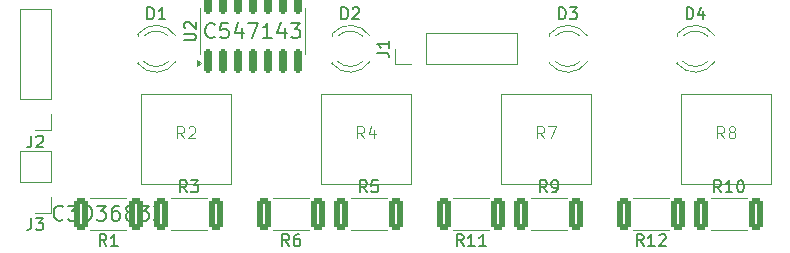
<source format=gbr>
%TF.GenerationSoftware,KiCad,Pcbnew,8.0.5*%
%TF.CreationDate,2024-10-09T02:46:16+09:00*%
%TF.ProjectId,LT,4c542e6b-6963-4616-945f-706362585858,rev?*%
%TF.SameCoordinates,Original*%
%TF.FileFunction,Legend,Top*%
%TF.FilePolarity,Positive*%
%FSLAX46Y46*%
G04 Gerber Fmt 4.6, Leading zero omitted, Abs format (unit mm)*
G04 Created by KiCad (PCBNEW 8.0.5) date 2024-10-09 02:46:16*
%MOMM*%
%LPD*%
G01*
G04 APERTURE LIST*
G04 Aperture macros list*
%AMRoundRect*
0 Rectangle with rounded corners*
0 $1 Rounding radius*
0 $2 $3 $4 $5 $6 $7 $8 $9 X,Y pos of 4 corners*
0 Add a 4 corners polygon primitive as box body*
4,1,4,$2,$3,$4,$5,$6,$7,$8,$9,$2,$3,0*
0 Add four circle primitives for the rounded corners*
1,1,$1+$1,$2,$3*
1,1,$1+$1,$4,$5*
1,1,$1+$1,$6,$7*
1,1,$1+$1,$8,$9*
0 Add four rect primitives between the rounded corners*
20,1,$1+$1,$2,$3,$4,$5,0*
20,1,$1+$1,$4,$5,$6,$7,0*
20,1,$1+$1,$6,$7,$8,$9,0*
20,1,$1+$1,$8,$9,$2,$3,0*%
G04 Aperture macros list end*
%ADD10C,0.150000*%
%ADD11C,0.100000*%
%ADD12C,0.120000*%
%ADD13R,1.800000X1.800000*%
%ADD14C,1.800000*%
%ADD15C,1.524000*%
%ADD16RoundRect,0.250000X-0.362500X-1.075000X0.362500X-1.075000X0.362500X1.075000X-0.362500X1.075000X0*%
%ADD17O,1.700000X1.700000*%
%ADD18R,1.700000X1.700000*%
%ADD19RoundRect,0.250000X0.362500X1.075000X-0.362500X1.075000X-0.362500X-1.075000X0.362500X-1.075000X0*%
%ADD20RoundRect,0.150000X0.150000X-0.825000X0.150000X0.825000X-0.150000X0.825000X-0.150000X-0.825000X0*%
G04 APERTURE END LIST*
D10*
X41801905Y-16689819D02*
X41801905Y-15689819D01*
X41801905Y-15689819D02*
X42040000Y-15689819D01*
X42040000Y-15689819D02*
X42182857Y-15737438D01*
X42182857Y-15737438D02*
X42278095Y-15832676D01*
X42278095Y-15832676D02*
X42325714Y-15927914D01*
X42325714Y-15927914D02*
X42373333Y-16118390D01*
X42373333Y-16118390D02*
X42373333Y-16261247D01*
X42373333Y-16261247D02*
X42325714Y-16451723D01*
X42325714Y-16451723D02*
X42278095Y-16546961D01*
X42278095Y-16546961D02*
X42182857Y-16642200D01*
X42182857Y-16642200D02*
X42040000Y-16689819D01*
X42040000Y-16689819D02*
X41801905Y-16689819D01*
X42754286Y-15785057D02*
X42801905Y-15737438D01*
X42801905Y-15737438D02*
X42897143Y-15689819D01*
X42897143Y-15689819D02*
X43135238Y-15689819D01*
X43135238Y-15689819D02*
X43230476Y-15737438D01*
X43230476Y-15737438D02*
X43278095Y-15785057D01*
X43278095Y-15785057D02*
X43325714Y-15880295D01*
X43325714Y-15880295D02*
X43325714Y-15975533D01*
X43325714Y-15975533D02*
X43278095Y-16118390D01*
X43278095Y-16118390D02*
X42706667Y-16689819D01*
X42706667Y-16689819D02*
X43325714Y-16689819D01*
D11*
X43720833Y-26772419D02*
X43387500Y-26296228D01*
X43149405Y-26772419D02*
X43149405Y-25772419D01*
X43149405Y-25772419D02*
X43530357Y-25772419D01*
X43530357Y-25772419D02*
X43625595Y-25820038D01*
X43625595Y-25820038D02*
X43673214Y-25867657D01*
X43673214Y-25867657D02*
X43720833Y-25962895D01*
X43720833Y-25962895D02*
X43720833Y-26105752D01*
X43720833Y-26105752D02*
X43673214Y-26200990D01*
X43673214Y-26200990D02*
X43625595Y-26248609D01*
X43625595Y-26248609D02*
X43530357Y-26296228D01*
X43530357Y-26296228D02*
X43149405Y-26296228D01*
X44577976Y-26105752D02*
X44577976Y-26772419D01*
X44339881Y-25724800D02*
X44101786Y-26439085D01*
X44101786Y-26439085D02*
X44720833Y-26439085D01*
D10*
X73952142Y-31339819D02*
X73618809Y-30863628D01*
X73380714Y-31339819D02*
X73380714Y-30339819D01*
X73380714Y-30339819D02*
X73761666Y-30339819D01*
X73761666Y-30339819D02*
X73856904Y-30387438D01*
X73856904Y-30387438D02*
X73904523Y-30435057D01*
X73904523Y-30435057D02*
X73952142Y-30530295D01*
X73952142Y-30530295D02*
X73952142Y-30673152D01*
X73952142Y-30673152D02*
X73904523Y-30768390D01*
X73904523Y-30768390D02*
X73856904Y-30816009D01*
X73856904Y-30816009D02*
X73761666Y-30863628D01*
X73761666Y-30863628D02*
X73380714Y-30863628D01*
X74904523Y-31339819D02*
X74333095Y-31339819D01*
X74618809Y-31339819D02*
X74618809Y-30339819D01*
X74618809Y-30339819D02*
X74523571Y-30482676D01*
X74523571Y-30482676D02*
X74428333Y-30577914D01*
X74428333Y-30577914D02*
X74333095Y-30625533D01*
X75523571Y-30339819D02*
X75618809Y-30339819D01*
X75618809Y-30339819D02*
X75714047Y-30387438D01*
X75714047Y-30387438D02*
X75761666Y-30435057D01*
X75761666Y-30435057D02*
X75809285Y-30530295D01*
X75809285Y-30530295D02*
X75856904Y-30720771D01*
X75856904Y-30720771D02*
X75856904Y-30958866D01*
X75856904Y-30958866D02*
X75809285Y-31149342D01*
X75809285Y-31149342D02*
X75761666Y-31244580D01*
X75761666Y-31244580D02*
X75714047Y-31292200D01*
X75714047Y-31292200D02*
X75618809Y-31339819D01*
X75618809Y-31339819D02*
X75523571Y-31339819D01*
X75523571Y-31339819D02*
X75428333Y-31292200D01*
X75428333Y-31292200D02*
X75380714Y-31244580D01*
X75380714Y-31244580D02*
X75333095Y-31149342D01*
X75333095Y-31149342D02*
X75285476Y-30958866D01*
X75285476Y-30958866D02*
X75285476Y-30720771D01*
X75285476Y-30720771D02*
X75333095Y-30530295D01*
X75333095Y-30530295D02*
X75380714Y-30435057D01*
X75380714Y-30435057D02*
X75428333Y-30387438D01*
X75428333Y-30387438D02*
X75523571Y-30339819D01*
X15541666Y-26539819D02*
X15541666Y-27254104D01*
X15541666Y-27254104D02*
X15494047Y-27396961D01*
X15494047Y-27396961D02*
X15398809Y-27492200D01*
X15398809Y-27492200D02*
X15255952Y-27539819D01*
X15255952Y-27539819D02*
X15160714Y-27539819D01*
X15970238Y-26635057D02*
X16017857Y-26587438D01*
X16017857Y-26587438D02*
X16113095Y-26539819D01*
X16113095Y-26539819D02*
X16351190Y-26539819D01*
X16351190Y-26539819D02*
X16446428Y-26587438D01*
X16446428Y-26587438D02*
X16494047Y-26635057D01*
X16494047Y-26635057D02*
X16541666Y-26730295D01*
X16541666Y-26730295D02*
X16541666Y-26825533D01*
X16541666Y-26825533D02*
X16494047Y-26968390D01*
X16494047Y-26968390D02*
X15922619Y-27539819D01*
X15922619Y-27539819D02*
X16541666Y-27539819D01*
X44822319Y-19528333D02*
X45536604Y-19528333D01*
X45536604Y-19528333D02*
X45679461Y-19575952D01*
X45679461Y-19575952D02*
X45774700Y-19671190D01*
X45774700Y-19671190D02*
X45822319Y-19814047D01*
X45822319Y-19814047D02*
X45822319Y-19909285D01*
X45822319Y-18528333D02*
X45822319Y-19099761D01*
X45822319Y-18814047D02*
X44822319Y-18814047D01*
X44822319Y-18814047D02*
X44965176Y-18909285D01*
X44965176Y-18909285D02*
X45060414Y-19004523D01*
X45060414Y-19004523D02*
X45108033Y-19099761D01*
X52134642Y-35899819D02*
X51801309Y-35423628D01*
X51563214Y-35899819D02*
X51563214Y-34899819D01*
X51563214Y-34899819D02*
X51944166Y-34899819D01*
X51944166Y-34899819D02*
X52039404Y-34947438D01*
X52039404Y-34947438D02*
X52087023Y-34995057D01*
X52087023Y-34995057D02*
X52134642Y-35090295D01*
X52134642Y-35090295D02*
X52134642Y-35233152D01*
X52134642Y-35233152D02*
X52087023Y-35328390D01*
X52087023Y-35328390D02*
X52039404Y-35376009D01*
X52039404Y-35376009D02*
X51944166Y-35423628D01*
X51944166Y-35423628D02*
X51563214Y-35423628D01*
X53087023Y-35899819D02*
X52515595Y-35899819D01*
X52801309Y-35899819D02*
X52801309Y-34899819D01*
X52801309Y-34899819D02*
X52706071Y-35042676D01*
X52706071Y-35042676D02*
X52610833Y-35137914D01*
X52610833Y-35137914D02*
X52515595Y-35185533D01*
X54039404Y-35899819D02*
X53467976Y-35899819D01*
X53753690Y-35899819D02*
X53753690Y-34899819D01*
X53753690Y-34899819D02*
X53658452Y-35042676D01*
X53658452Y-35042676D02*
X53563214Y-35137914D01*
X53563214Y-35137914D02*
X53467976Y-35185533D01*
X21903333Y-35899819D02*
X21570000Y-35423628D01*
X21331905Y-35899819D02*
X21331905Y-34899819D01*
X21331905Y-34899819D02*
X21712857Y-34899819D01*
X21712857Y-34899819D02*
X21808095Y-34947438D01*
X21808095Y-34947438D02*
X21855714Y-34995057D01*
X21855714Y-34995057D02*
X21903333Y-35090295D01*
X21903333Y-35090295D02*
X21903333Y-35233152D01*
X21903333Y-35233152D02*
X21855714Y-35328390D01*
X21855714Y-35328390D02*
X21808095Y-35376009D01*
X21808095Y-35376009D02*
X21712857Y-35423628D01*
X21712857Y-35423628D02*
X21331905Y-35423628D01*
X22855714Y-35899819D02*
X22284286Y-35899819D01*
X22570000Y-35899819D02*
X22570000Y-34899819D01*
X22570000Y-34899819D02*
X22474762Y-35042676D01*
X22474762Y-35042676D02*
X22379524Y-35137914D01*
X22379524Y-35137914D02*
X22284286Y-35185533D01*
X18229761Y-33623773D02*
X18169285Y-33684250D01*
X18169285Y-33684250D02*
X17987856Y-33744726D01*
X17987856Y-33744726D02*
X17866904Y-33744726D01*
X17866904Y-33744726D02*
X17685475Y-33684250D01*
X17685475Y-33684250D02*
X17564523Y-33563297D01*
X17564523Y-33563297D02*
X17504046Y-33442345D01*
X17504046Y-33442345D02*
X17443570Y-33200440D01*
X17443570Y-33200440D02*
X17443570Y-33019011D01*
X17443570Y-33019011D02*
X17504046Y-32777107D01*
X17504046Y-32777107D02*
X17564523Y-32656154D01*
X17564523Y-32656154D02*
X17685475Y-32535202D01*
X17685475Y-32535202D02*
X17866904Y-32474726D01*
X17866904Y-32474726D02*
X17987856Y-32474726D01*
X17987856Y-32474726D02*
X18169285Y-32535202D01*
X18169285Y-32535202D02*
X18229761Y-32595678D01*
X18653094Y-32474726D02*
X19439285Y-32474726D01*
X19439285Y-32474726D02*
X19015951Y-32958535D01*
X19015951Y-32958535D02*
X19197380Y-32958535D01*
X19197380Y-32958535D02*
X19318332Y-33019011D01*
X19318332Y-33019011D02*
X19378808Y-33079488D01*
X19378808Y-33079488D02*
X19439285Y-33200440D01*
X19439285Y-33200440D02*
X19439285Y-33502821D01*
X19439285Y-33502821D02*
X19378808Y-33623773D01*
X19378808Y-33623773D02*
X19318332Y-33684250D01*
X19318332Y-33684250D02*
X19197380Y-33744726D01*
X19197380Y-33744726D02*
X18834523Y-33744726D01*
X18834523Y-33744726D02*
X18713570Y-33684250D01*
X18713570Y-33684250D02*
X18653094Y-33623773D01*
X20225475Y-32474726D02*
X20346428Y-32474726D01*
X20346428Y-32474726D02*
X20467380Y-32535202D01*
X20467380Y-32535202D02*
X20527856Y-32595678D01*
X20527856Y-32595678D02*
X20588332Y-32716630D01*
X20588332Y-32716630D02*
X20648809Y-32958535D01*
X20648809Y-32958535D02*
X20648809Y-33260916D01*
X20648809Y-33260916D02*
X20588332Y-33502821D01*
X20588332Y-33502821D02*
X20527856Y-33623773D01*
X20527856Y-33623773D02*
X20467380Y-33684250D01*
X20467380Y-33684250D02*
X20346428Y-33744726D01*
X20346428Y-33744726D02*
X20225475Y-33744726D01*
X20225475Y-33744726D02*
X20104523Y-33684250D01*
X20104523Y-33684250D02*
X20044047Y-33623773D01*
X20044047Y-33623773D02*
X19983570Y-33502821D01*
X19983570Y-33502821D02*
X19923094Y-33260916D01*
X19923094Y-33260916D02*
X19923094Y-32958535D01*
X19923094Y-32958535D02*
X19983570Y-32716630D01*
X19983570Y-32716630D02*
X20044047Y-32595678D01*
X20044047Y-32595678D02*
X20104523Y-32535202D01*
X20104523Y-32535202D02*
X20225475Y-32474726D01*
X21072142Y-32474726D02*
X21858333Y-32474726D01*
X21858333Y-32474726D02*
X21434999Y-32958535D01*
X21434999Y-32958535D02*
X21616428Y-32958535D01*
X21616428Y-32958535D02*
X21737380Y-33019011D01*
X21737380Y-33019011D02*
X21797856Y-33079488D01*
X21797856Y-33079488D02*
X21858333Y-33200440D01*
X21858333Y-33200440D02*
X21858333Y-33502821D01*
X21858333Y-33502821D02*
X21797856Y-33623773D01*
X21797856Y-33623773D02*
X21737380Y-33684250D01*
X21737380Y-33684250D02*
X21616428Y-33744726D01*
X21616428Y-33744726D02*
X21253571Y-33744726D01*
X21253571Y-33744726D02*
X21132618Y-33684250D01*
X21132618Y-33684250D02*
X21072142Y-33623773D01*
X22946904Y-32474726D02*
X22704999Y-32474726D01*
X22704999Y-32474726D02*
X22584047Y-32535202D01*
X22584047Y-32535202D02*
X22523571Y-32595678D01*
X22523571Y-32595678D02*
X22402618Y-32777107D01*
X22402618Y-32777107D02*
X22342142Y-33019011D01*
X22342142Y-33019011D02*
X22342142Y-33502821D01*
X22342142Y-33502821D02*
X22402618Y-33623773D01*
X22402618Y-33623773D02*
X22463095Y-33684250D01*
X22463095Y-33684250D02*
X22584047Y-33744726D01*
X22584047Y-33744726D02*
X22825952Y-33744726D01*
X22825952Y-33744726D02*
X22946904Y-33684250D01*
X22946904Y-33684250D02*
X23007380Y-33623773D01*
X23007380Y-33623773D02*
X23067857Y-33502821D01*
X23067857Y-33502821D02*
X23067857Y-33200440D01*
X23067857Y-33200440D02*
X23007380Y-33079488D01*
X23007380Y-33079488D02*
X22946904Y-33019011D01*
X22946904Y-33019011D02*
X22825952Y-32958535D01*
X22825952Y-32958535D02*
X22584047Y-32958535D01*
X22584047Y-32958535D02*
X22463095Y-33019011D01*
X22463095Y-33019011D02*
X22402618Y-33079488D01*
X22402618Y-33079488D02*
X22342142Y-33200440D01*
X23793571Y-33019011D02*
X23672619Y-32958535D01*
X23672619Y-32958535D02*
X23612142Y-32898059D01*
X23612142Y-32898059D02*
X23551666Y-32777107D01*
X23551666Y-32777107D02*
X23551666Y-32716630D01*
X23551666Y-32716630D02*
X23612142Y-32595678D01*
X23612142Y-32595678D02*
X23672619Y-32535202D01*
X23672619Y-32535202D02*
X23793571Y-32474726D01*
X23793571Y-32474726D02*
X24035476Y-32474726D01*
X24035476Y-32474726D02*
X24156428Y-32535202D01*
X24156428Y-32535202D02*
X24216904Y-32595678D01*
X24216904Y-32595678D02*
X24277381Y-32716630D01*
X24277381Y-32716630D02*
X24277381Y-32777107D01*
X24277381Y-32777107D02*
X24216904Y-32898059D01*
X24216904Y-32898059D02*
X24156428Y-32958535D01*
X24156428Y-32958535D02*
X24035476Y-33019011D01*
X24035476Y-33019011D02*
X23793571Y-33019011D01*
X23793571Y-33019011D02*
X23672619Y-33079488D01*
X23672619Y-33079488D02*
X23612142Y-33139964D01*
X23612142Y-33139964D02*
X23551666Y-33260916D01*
X23551666Y-33260916D02*
X23551666Y-33502821D01*
X23551666Y-33502821D02*
X23612142Y-33623773D01*
X23612142Y-33623773D02*
X23672619Y-33684250D01*
X23672619Y-33684250D02*
X23793571Y-33744726D01*
X23793571Y-33744726D02*
X24035476Y-33744726D01*
X24035476Y-33744726D02*
X24156428Y-33684250D01*
X24156428Y-33684250D02*
X24216904Y-33623773D01*
X24216904Y-33623773D02*
X24277381Y-33502821D01*
X24277381Y-33502821D02*
X24277381Y-33260916D01*
X24277381Y-33260916D02*
X24216904Y-33139964D01*
X24216904Y-33139964D02*
X24156428Y-33079488D01*
X24156428Y-33079488D02*
X24035476Y-33019011D01*
X24700714Y-32474726D02*
X25486905Y-32474726D01*
X25486905Y-32474726D02*
X25063571Y-32958535D01*
X25063571Y-32958535D02*
X25245000Y-32958535D01*
X25245000Y-32958535D02*
X25365952Y-33019011D01*
X25365952Y-33019011D02*
X25426428Y-33079488D01*
X25426428Y-33079488D02*
X25486905Y-33200440D01*
X25486905Y-33200440D02*
X25486905Y-33502821D01*
X25486905Y-33502821D02*
X25426428Y-33623773D01*
X25426428Y-33623773D02*
X25365952Y-33684250D01*
X25365952Y-33684250D02*
X25245000Y-33744726D01*
X25245000Y-33744726D02*
X24882143Y-33744726D01*
X24882143Y-33744726D02*
X24761190Y-33684250D01*
X24761190Y-33684250D02*
X24700714Y-33623773D01*
X25910238Y-32474726D02*
X26696429Y-32474726D01*
X26696429Y-32474726D02*
X26273095Y-32958535D01*
X26273095Y-32958535D02*
X26454524Y-32958535D01*
X26454524Y-32958535D02*
X26575476Y-33019011D01*
X26575476Y-33019011D02*
X26635952Y-33079488D01*
X26635952Y-33079488D02*
X26696429Y-33200440D01*
X26696429Y-33200440D02*
X26696429Y-33502821D01*
X26696429Y-33502821D02*
X26635952Y-33623773D01*
X26635952Y-33623773D02*
X26575476Y-33684250D01*
X26575476Y-33684250D02*
X26454524Y-33744726D01*
X26454524Y-33744726D02*
X26091667Y-33744726D01*
X26091667Y-33744726D02*
X25970714Y-33684250D01*
X25970714Y-33684250D02*
X25910238Y-33623773D01*
X37370833Y-35899819D02*
X37037500Y-35423628D01*
X36799405Y-35899819D02*
X36799405Y-34899819D01*
X36799405Y-34899819D02*
X37180357Y-34899819D01*
X37180357Y-34899819D02*
X37275595Y-34947438D01*
X37275595Y-34947438D02*
X37323214Y-34995057D01*
X37323214Y-34995057D02*
X37370833Y-35090295D01*
X37370833Y-35090295D02*
X37370833Y-35233152D01*
X37370833Y-35233152D02*
X37323214Y-35328390D01*
X37323214Y-35328390D02*
X37275595Y-35376009D01*
X37275595Y-35376009D02*
X37180357Y-35423628D01*
X37180357Y-35423628D02*
X36799405Y-35423628D01*
X38227976Y-34899819D02*
X38037500Y-34899819D01*
X38037500Y-34899819D02*
X37942262Y-34947438D01*
X37942262Y-34947438D02*
X37894643Y-34995057D01*
X37894643Y-34995057D02*
X37799405Y-35137914D01*
X37799405Y-35137914D02*
X37751786Y-35328390D01*
X37751786Y-35328390D02*
X37751786Y-35709342D01*
X37751786Y-35709342D02*
X37799405Y-35804580D01*
X37799405Y-35804580D02*
X37847024Y-35852200D01*
X37847024Y-35852200D02*
X37942262Y-35899819D01*
X37942262Y-35899819D02*
X38132738Y-35899819D01*
X38132738Y-35899819D02*
X38227976Y-35852200D01*
X38227976Y-35852200D02*
X38275595Y-35804580D01*
X38275595Y-35804580D02*
X38323214Y-35709342D01*
X38323214Y-35709342D02*
X38323214Y-35471247D01*
X38323214Y-35471247D02*
X38275595Y-35376009D01*
X38275595Y-35376009D02*
X38227976Y-35328390D01*
X38227976Y-35328390D02*
X38132738Y-35280771D01*
X38132738Y-35280771D02*
X37942262Y-35280771D01*
X37942262Y-35280771D02*
X37847024Y-35328390D01*
X37847024Y-35328390D02*
X37799405Y-35376009D01*
X37799405Y-35376009D02*
X37751786Y-35471247D01*
X28708333Y-31339819D02*
X28375000Y-30863628D01*
X28136905Y-31339819D02*
X28136905Y-30339819D01*
X28136905Y-30339819D02*
X28517857Y-30339819D01*
X28517857Y-30339819D02*
X28613095Y-30387438D01*
X28613095Y-30387438D02*
X28660714Y-30435057D01*
X28660714Y-30435057D02*
X28708333Y-30530295D01*
X28708333Y-30530295D02*
X28708333Y-30673152D01*
X28708333Y-30673152D02*
X28660714Y-30768390D01*
X28660714Y-30768390D02*
X28613095Y-30816009D01*
X28613095Y-30816009D02*
X28517857Y-30863628D01*
X28517857Y-30863628D02*
X28136905Y-30863628D01*
X29041667Y-30339819D02*
X29660714Y-30339819D01*
X29660714Y-30339819D02*
X29327381Y-30720771D01*
X29327381Y-30720771D02*
X29470238Y-30720771D01*
X29470238Y-30720771D02*
X29565476Y-30768390D01*
X29565476Y-30768390D02*
X29613095Y-30816009D01*
X29613095Y-30816009D02*
X29660714Y-30911247D01*
X29660714Y-30911247D02*
X29660714Y-31149342D01*
X29660714Y-31149342D02*
X29613095Y-31244580D01*
X29613095Y-31244580D02*
X29565476Y-31292200D01*
X29565476Y-31292200D02*
X29470238Y-31339819D01*
X29470238Y-31339819D02*
X29184524Y-31339819D01*
X29184524Y-31339819D02*
X29089286Y-31292200D01*
X29089286Y-31292200D02*
X29041667Y-31244580D01*
D11*
X28480833Y-26772419D02*
X28147500Y-26296228D01*
X27909405Y-26772419D02*
X27909405Y-25772419D01*
X27909405Y-25772419D02*
X28290357Y-25772419D01*
X28290357Y-25772419D02*
X28385595Y-25820038D01*
X28385595Y-25820038D02*
X28433214Y-25867657D01*
X28433214Y-25867657D02*
X28480833Y-25962895D01*
X28480833Y-25962895D02*
X28480833Y-26105752D01*
X28480833Y-26105752D02*
X28433214Y-26200990D01*
X28433214Y-26200990D02*
X28385595Y-26248609D01*
X28385595Y-26248609D02*
X28290357Y-26296228D01*
X28290357Y-26296228D02*
X27909405Y-26296228D01*
X28861786Y-25867657D02*
X28909405Y-25820038D01*
X28909405Y-25820038D02*
X29004643Y-25772419D01*
X29004643Y-25772419D02*
X29242738Y-25772419D01*
X29242738Y-25772419D02*
X29337976Y-25820038D01*
X29337976Y-25820038D02*
X29385595Y-25867657D01*
X29385595Y-25867657D02*
X29433214Y-25962895D01*
X29433214Y-25962895D02*
X29433214Y-26058133D01*
X29433214Y-26058133D02*
X29385595Y-26200990D01*
X29385595Y-26200990D02*
X28814167Y-26772419D01*
X28814167Y-26772419D02*
X29433214Y-26772419D01*
D10*
X25369405Y-16689819D02*
X25369405Y-15689819D01*
X25369405Y-15689819D02*
X25607500Y-15689819D01*
X25607500Y-15689819D02*
X25750357Y-15737438D01*
X25750357Y-15737438D02*
X25845595Y-15832676D01*
X25845595Y-15832676D02*
X25893214Y-15927914D01*
X25893214Y-15927914D02*
X25940833Y-16118390D01*
X25940833Y-16118390D02*
X25940833Y-16261247D01*
X25940833Y-16261247D02*
X25893214Y-16451723D01*
X25893214Y-16451723D02*
X25845595Y-16546961D01*
X25845595Y-16546961D02*
X25750357Y-16642200D01*
X25750357Y-16642200D02*
X25607500Y-16689819D01*
X25607500Y-16689819D02*
X25369405Y-16689819D01*
X26893214Y-16689819D02*
X26321786Y-16689819D01*
X26607500Y-16689819D02*
X26607500Y-15689819D01*
X26607500Y-15689819D02*
X26512262Y-15832676D01*
X26512262Y-15832676D02*
X26417024Y-15927914D01*
X26417024Y-15927914D02*
X26321786Y-15975533D01*
D11*
X74200833Y-26772419D02*
X73867500Y-26296228D01*
X73629405Y-26772419D02*
X73629405Y-25772419D01*
X73629405Y-25772419D02*
X74010357Y-25772419D01*
X74010357Y-25772419D02*
X74105595Y-25820038D01*
X74105595Y-25820038D02*
X74153214Y-25867657D01*
X74153214Y-25867657D02*
X74200833Y-25962895D01*
X74200833Y-25962895D02*
X74200833Y-26105752D01*
X74200833Y-26105752D02*
X74153214Y-26200990D01*
X74153214Y-26200990D02*
X74105595Y-26248609D01*
X74105595Y-26248609D02*
X74010357Y-26296228D01*
X74010357Y-26296228D02*
X73629405Y-26296228D01*
X74772262Y-26200990D02*
X74677024Y-26153371D01*
X74677024Y-26153371D02*
X74629405Y-26105752D01*
X74629405Y-26105752D02*
X74581786Y-26010514D01*
X74581786Y-26010514D02*
X74581786Y-25962895D01*
X74581786Y-25962895D02*
X74629405Y-25867657D01*
X74629405Y-25867657D02*
X74677024Y-25820038D01*
X74677024Y-25820038D02*
X74772262Y-25772419D01*
X74772262Y-25772419D02*
X74962738Y-25772419D01*
X74962738Y-25772419D02*
X75057976Y-25820038D01*
X75057976Y-25820038D02*
X75105595Y-25867657D01*
X75105595Y-25867657D02*
X75153214Y-25962895D01*
X75153214Y-25962895D02*
X75153214Y-26010514D01*
X75153214Y-26010514D02*
X75105595Y-26105752D01*
X75105595Y-26105752D02*
X75057976Y-26153371D01*
X75057976Y-26153371D02*
X74962738Y-26200990D01*
X74962738Y-26200990D02*
X74772262Y-26200990D01*
X74772262Y-26200990D02*
X74677024Y-26248609D01*
X74677024Y-26248609D02*
X74629405Y-26296228D01*
X74629405Y-26296228D02*
X74581786Y-26391466D01*
X74581786Y-26391466D02*
X74581786Y-26581942D01*
X74581786Y-26581942D02*
X74629405Y-26677180D01*
X74629405Y-26677180D02*
X74677024Y-26724800D01*
X74677024Y-26724800D02*
X74772262Y-26772419D01*
X74772262Y-26772419D02*
X74962738Y-26772419D01*
X74962738Y-26772419D02*
X75057976Y-26724800D01*
X75057976Y-26724800D02*
X75105595Y-26677180D01*
X75105595Y-26677180D02*
X75153214Y-26581942D01*
X75153214Y-26581942D02*
X75153214Y-26391466D01*
X75153214Y-26391466D02*
X75105595Y-26296228D01*
X75105595Y-26296228D02*
X75057976Y-26248609D01*
X75057976Y-26248609D02*
X74962738Y-26200990D01*
D10*
X43948333Y-31339819D02*
X43615000Y-30863628D01*
X43376905Y-31339819D02*
X43376905Y-30339819D01*
X43376905Y-30339819D02*
X43757857Y-30339819D01*
X43757857Y-30339819D02*
X43853095Y-30387438D01*
X43853095Y-30387438D02*
X43900714Y-30435057D01*
X43900714Y-30435057D02*
X43948333Y-30530295D01*
X43948333Y-30530295D02*
X43948333Y-30673152D01*
X43948333Y-30673152D02*
X43900714Y-30768390D01*
X43900714Y-30768390D02*
X43853095Y-30816009D01*
X43853095Y-30816009D02*
X43757857Y-30863628D01*
X43757857Y-30863628D02*
X43376905Y-30863628D01*
X44853095Y-30339819D02*
X44376905Y-30339819D01*
X44376905Y-30339819D02*
X44329286Y-30816009D01*
X44329286Y-30816009D02*
X44376905Y-30768390D01*
X44376905Y-30768390D02*
X44472143Y-30720771D01*
X44472143Y-30720771D02*
X44710238Y-30720771D01*
X44710238Y-30720771D02*
X44805476Y-30768390D01*
X44805476Y-30768390D02*
X44853095Y-30816009D01*
X44853095Y-30816009D02*
X44900714Y-30911247D01*
X44900714Y-30911247D02*
X44900714Y-31149342D01*
X44900714Y-31149342D02*
X44853095Y-31244580D01*
X44853095Y-31244580D02*
X44805476Y-31292200D01*
X44805476Y-31292200D02*
X44710238Y-31339819D01*
X44710238Y-31339819D02*
X44472143Y-31339819D01*
X44472143Y-31339819D02*
X44376905Y-31292200D01*
X44376905Y-31292200D02*
X44329286Y-31244580D01*
D11*
X58960833Y-26772419D02*
X58627500Y-26296228D01*
X58389405Y-26772419D02*
X58389405Y-25772419D01*
X58389405Y-25772419D02*
X58770357Y-25772419D01*
X58770357Y-25772419D02*
X58865595Y-25820038D01*
X58865595Y-25820038D02*
X58913214Y-25867657D01*
X58913214Y-25867657D02*
X58960833Y-25962895D01*
X58960833Y-25962895D02*
X58960833Y-26105752D01*
X58960833Y-26105752D02*
X58913214Y-26200990D01*
X58913214Y-26200990D02*
X58865595Y-26248609D01*
X58865595Y-26248609D02*
X58770357Y-26296228D01*
X58770357Y-26296228D02*
X58389405Y-26296228D01*
X59294167Y-25772419D02*
X59960833Y-25772419D01*
X59960833Y-25772419D02*
X59532262Y-26772419D01*
D10*
X15541666Y-33539819D02*
X15541666Y-34254104D01*
X15541666Y-34254104D02*
X15494047Y-34396961D01*
X15494047Y-34396961D02*
X15398809Y-34492200D01*
X15398809Y-34492200D02*
X15255952Y-34539819D01*
X15255952Y-34539819D02*
X15160714Y-34539819D01*
X15922619Y-33539819D02*
X16541666Y-33539819D01*
X16541666Y-33539819D02*
X16208333Y-33920771D01*
X16208333Y-33920771D02*
X16351190Y-33920771D01*
X16351190Y-33920771D02*
X16446428Y-33968390D01*
X16446428Y-33968390D02*
X16494047Y-34016009D01*
X16494047Y-34016009D02*
X16541666Y-34111247D01*
X16541666Y-34111247D02*
X16541666Y-34349342D01*
X16541666Y-34349342D02*
X16494047Y-34444580D01*
X16494047Y-34444580D02*
X16446428Y-34492200D01*
X16446428Y-34492200D02*
X16351190Y-34539819D01*
X16351190Y-34539819D02*
X16065476Y-34539819D01*
X16065476Y-34539819D02*
X15970238Y-34492200D01*
X15970238Y-34492200D02*
X15922619Y-34444580D01*
X71016905Y-16689819D02*
X71016905Y-15689819D01*
X71016905Y-15689819D02*
X71255000Y-15689819D01*
X71255000Y-15689819D02*
X71397857Y-15737438D01*
X71397857Y-15737438D02*
X71493095Y-15832676D01*
X71493095Y-15832676D02*
X71540714Y-15927914D01*
X71540714Y-15927914D02*
X71588333Y-16118390D01*
X71588333Y-16118390D02*
X71588333Y-16261247D01*
X71588333Y-16261247D02*
X71540714Y-16451723D01*
X71540714Y-16451723D02*
X71493095Y-16546961D01*
X71493095Y-16546961D02*
X71397857Y-16642200D01*
X71397857Y-16642200D02*
X71255000Y-16689819D01*
X71255000Y-16689819D02*
X71016905Y-16689819D01*
X72445476Y-16023152D02*
X72445476Y-16689819D01*
X72207381Y-15642200D02*
X71969286Y-16356485D01*
X71969286Y-16356485D02*
X72588333Y-16356485D01*
X67374642Y-35899819D02*
X67041309Y-35423628D01*
X66803214Y-35899819D02*
X66803214Y-34899819D01*
X66803214Y-34899819D02*
X67184166Y-34899819D01*
X67184166Y-34899819D02*
X67279404Y-34947438D01*
X67279404Y-34947438D02*
X67327023Y-34995057D01*
X67327023Y-34995057D02*
X67374642Y-35090295D01*
X67374642Y-35090295D02*
X67374642Y-35233152D01*
X67374642Y-35233152D02*
X67327023Y-35328390D01*
X67327023Y-35328390D02*
X67279404Y-35376009D01*
X67279404Y-35376009D02*
X67184166Y-35423628D01*
X67184166Y-35423628D02*
X66803214Y-35423628D01*
X68327023Y-35899819D02*
X67755595Y-35899819D01*
X68041309Y-35899819D02*
X68041309Y-34899819D01*
X68041309Y-34899819D02*
X67946071Y-35042676D01*
X67946071Y-35042676D02*
X67850833Y-35137914D01*
X67850833Y-35137914D02*
X67755595Y-35185533D01*
X68707976Y-34995057D02*
X68755595Y-34947438D01*
X68755595Y-34947438D02*
X68850833Y-34899819D01*
X68850833Y-34899819D02*
X69088928Y-34899819D01*
X69088928Y-34899819D02*
X69184166Y-34947438D01*
X69184166Y-34947438D02*
X69231785Y-34995057D01*
X69231785Y-34995057D02*
X69279404Y-35090295D01*
X69279404Y-35090295D02*
X69279404Y-35185533D01*
X69279404Y-35185533D02*
X69231785Y-35328390D01*
X69231785Y-35328390D02*
X68660357Y-35899819D01*
X68660357Y-35899819D02*
X69279404Y-35899819D01*
X60216905Y-16689819D02*
X60216905Y-15689819D01*
X60216905Y-15689819D02*
X60455000Y-15689819D01*
X60455000Y-15689819D02*
X60597857Y-15737438D01*
X60597857Y-15737438D02*
X60693095Y-15832676D01*
X60693095Y-15832676D02*
X60740714Y-15927914D01*
X60740714Y-15927914D02*
X60788333Y-16118390D01*
X60788333Y-16118390D02*
X60788333Y-16261247D01*
X60788333Y-16261247D02*
X60740714Y-16451723D01*
X60740714Y-16451723D02*
X60693095Y-16546961D01*
X60693095Y-16546961D02*
X60597857Y-16642200D01*
X60597857Y-16642200D02*
X60455000Y-16689819D01*
X60455000Y-16689819D02*
X60216905Y-16689819D01*
X61121667Y-15689819D02*
X61740714Y-15689819D01*
X61740714Y-15689819D02*
X61407381Y-16070771D01*
X61407381Y-16070771D02*
X61550238Y-16070771D01*
X61550238Y-16070771D02*
X61645476Y-16118390D01*
X61645476Y-16118390D02*
X61693095Y-16166009D01*
X61693095Y-16166009D02*
X61740714Y-16261247D01*
X61740714Y-16261247D02*
X61740714Y-16499342D01*
X61740714Y-16499342D02*
X61693095Y-16594580D01*
X61693095Y-16594580D02*
X61645476Y-16642200D01*
X61645476Y-16642200D02*
X61550238Y-16689819D01*
X61550238Y-16689819D02*
X61264524Y-16689819D01*
X61264524Y-16689819D02*
X61169286Y-16642200D01*
X61169286Y-16642200D02*
X61121667Y-16594580D01*
X59188333Y-31339819D02*
X58855000Y-30863628D01*
X58616905Y-31339819D02*
X58616905Y-30339819D01*
X58616905Y-30339819D02*
X58997857Y-30339819D01*
X58997857Y-30339819D02*
X59093095Y-30387438D01*
X59093095Y-30387438D02*
X59140714Y-30435057D01*
X59140714Y-30435057D02*
X59188333Y-30530295D01*
X59188333Y-30530295D02*
X59188333Y-30673152D01*
X59188333Y-30673152D02*
X59140714Y-30768390D01*
X59140714Y-30768390D02*
X59093095Y-30816009D01*
X59093095Y-30816009D02*
X58997857Y-30863628D01*
X58997857Y-30863628D02*
X58616905Y-30863628D01*
X59664524Y-31339819D02*
X59855000Y-31339819D01*
X59855000Y-31339819D02*
X59950238Y-31292200D01*
X59950238Y-31292200D02*
X59997857Y-31244580D01*
X59997857Y-31244580D02*
X60093095Y-31101723D01*
X60093095Y-31101723D02*
X60140714Y-30911247D01*
X60140714Y-30911247D02*
X60140714Y-30530295D01*
X60140714Y-30530295D02*
X60093095Y-30435057D01*
X60093095Y-30435057D02*
X60045476Y-30387438D01*
X60045476Y-30387438D02*
X59950238Y-30339819D01*
X59950238Y-30339819D02*
X59759762Y-30339819D01*
X59759762Y-30339819D02*
X59664524Y-30387438D01*
X59664524Y-30387438D02*
X59616905Y-30435057D01*
X59616905Y-30435057D02*
X59569286Y-30530295D01*
X59569286Y-30530295D02*
X59569286Y-30768390D01*
X59569286Y-30768390D02*
X59616905Y-30863628D01*
X59616905Y-30863628D02*
X59664524Y-30911247D01*
X59664524Y-30911247D02*
X59759762Y-30958866D01*
X59759762Y-30958866D02*
X59950238Y-30958866D01*
X59950238Y-30958866D02*
X60045476Y-30911247D01*
X60045476Y-30911247D02*
X60093095Y-30863628D01*
X60093095Y-30863628D02*
X60140714Y-30768390D01*
X28464819Y-18476904D02*
X29274342Y-18476904D01*
X29274342Y-18476904D02*
X29369580Y-18429285D01*
X29369580Y-18429285D02*
X29417200Y-18381666D01*
X29417200Y-18381666D02*
X29464819Y-18286428D01*
X29464819Y-18286428D02*
X29464819Y-18095952D01*
X29464819Y-18095952D02*
X29417200Y-18000714D01*
X29417200Y-18000714D02*
X29369580Y-17953095D01*
X29369580Y-17953095D02*
X29274342Y-17905476D01*
X29274342Y-17905476D02*
X28464819Y-17905476D01*
X28560057Y-17476904D02*
X28512438Y-17429285D01*
X28512438Y-17429285D02*
X28464819Y-17334047D01*
X28464819Y-17334047D02*
X28464819Y-17095952D01*
X28464819Y-17095952D02*
X28512438Y-17000714D01*
X28512438Y-17000714D02*
X28560057Y-16953095D01*
X28560057Y-16953095D02*
X28655295Y-16905476D01*
X28655295Y-16905476D02*
X28750533Y-16905476D01*
X28750533Y-16905476D02*
X28893390Y-16953095D01*
X28893390Y-16953095D02*
X29464819Y-17524523D01*
X29464819Y-17524523D02*
X29464819Y-16905476D01*
X31054523Y-18173773D02*
X30994047Y-18234250D01*
X30994047Y-18234250D02*
X30812618Y-18294726D01*
X30812618Y-18294726D02*
X30691666Y-18294726D01*
X30691666Y-18294726D02*
X30510237Y-18234250D01*
X30510237Y-18234250D02*
X30389285Y-18113297D01*
X30389285Y-18113297D02*
X30328808Y-17992345D01*
X30328808Y-17992345D02*
X30268332Y-17750440D01*
X30268332Y-17750440D02*
X30268332Y-17569011D01*
X30268332Y-17569011D02*
X30328808Y-17327107D01*
X30328808Y-17327107D02*
X30389285Y-17206154D01*
X30389285Y-17206154D02*
X30510237Y-17085202D01*
X30510237Y-17085202D02*
X30691666Y-17024726D01*
X30691666Y-17024726D02*
X30812618Y-17024726D01*
X30812618Y-17024726D02*
X30994047Y-17085202D01*
X30994047Y-17085202D02*
X31054523Y-17145678D01*
X32203570Y-17024726D02*
X31598808Y-17024726D01*
X31598808Y-17024726D02*
X31538332Y-17629488D01*
X31538332Y-17629488D02*
X31598808Y-17569011D01*
X31598808Y-17569011D02*
X31719761Y-17508535D01*
X31719761Y-17508535D02*
X32022142Y-17508535D01*
X32022142Y-17508535D02*
X32143094Y-17569011D01*
X32143094Y-17569011D02*
X32203570Y-17629488D01*
X32203570Y-17629488D02*
X32264047Y-17750440D01*
X32264047Y-17750440D02*
X32264047Y-18052821D01*
X32264047Y-18052821D02*
X32203570Y-18173773D01*
X32203570Y-18173773D02*
X32143094Y-18234250D01*
X32143094Y-18234250D02*
X32022142Y-18294726D01*
X32022142Y-18294726D02*
X31719761Y-18294726D01*
X31719761Y-18294726D02*
X31598808Y-18234250D01*
X31598808Y-18234250D02*
X31538332Y-18173773D01*
X33352618Y-17448059D02*
X33352618Y-18294726D01*
X33050237Y-16964250D02*
X32747856Y-17871392D01*
X32747856Y-17871392D02*
X33534047Y-17871392D01*
X33896904Y-17024726D02*
X34743571Y-17024726D01*
X34743571Y-17024726D02*
X34199285Y-18294726D01*
X35892619Y-18294726D02*
X35166904Y-18294726D01*
X35529761Y-18294726D02*
X35529761Y-17024726D01*
X35529761Y-17024726D02*
X35408809Y-17206154D01*
X35408809Y-17206154D02*
X35287857Y-17327107D01*
X35287857Y-17327107D02*
X35166904Y-17387583D01*
X36981190Y-17448059D02*
X36981190Y-18294726D01*
X36678809Y-16964250D02*
X36376428Y-17871392D01*
X36376428Y-17871392D02*
X37162619Y-17871392D01*
X37525476Y-17024726D02*
X38311667Y-17024726D01*
X38311667Y-17024726D02*
X37888333Y-17508535D01*
X37888333Y-17508535D02*
X38069762Y-17508535D01*
X38069762Y-17508535D02*
X38190714Y-17569011D01*
X38190714Y-17569011D02*
X38251190Y-17629488D01*
X38251190Y-17629488D02*
X38311667Y-17750440D01*
X38311667Y-17750440D02*
X38311667Y-18052821D01*
X38311667Y-18052821D02*
X38251190Y-18173773D01*
X38251190Y-18173773D02*
X38190714Y-18234250D01*
X38190714Y-18234250D02*
X38069762Y-18294726D01*
X38069762Y-18294726D02*
X37706905Y-18294726D01*
X37706905Y-18294726D02*
X37585952Y-18234250D01*
X37585952Y-18234250D02*
X37525476Y-18173773D01*
D12*
%TO.C,D2*%
X40980000Y-17959000D02*
X40980000Y-18115000D01*
X40980000Y-20275000D02*
X40980000Y-20431000D01*
X40980000Y-17959484D02*
G75*
G02*
X44212335Y-18116392I1560000J-1235516D01*
G01*
X41499039Y-18115000D02*
G75*
G02*
X43581130Y-18115163I1040961J-1080000D01*
G01*
X43581130Y-20274837D02*
G75*
G02*
X41499039Y-20275000I-1041130J1079837D01*
G01*
X44212335Y-20273608D02*
G75*
G02*
X40980000Y-20430516I-1672335J1078608D01*
G01*
%TO.C,R4*%
D11*
X40077500Y-23005000D02*
X47697500Y-23005000D01*
X47697500Y-30625000D01*
X40077500Y-30625000D01*
X40077500Y-23005000D01*
D12*
%TO.C,R10*%
X73067936Y-34525000D02*
X76122064Y-34525000D01*
X73067936Y-31805000D02*
X76122064Y-31805000D01*
%TO.C,J2*%
X17205000Y-26085000D02*
X15875000Y-26085000D01*
X17205000Y-24755000D02*
X17205000Y-26085000D01*
X17205000Y-23485000D02*
X17205000Y-15805000D01*
X17205000Y-23485000D02*
X14545000Y-23485000D01*
X17205000Y-15805000D02*
X14545000Y-15805000D01*
X14545000Y-23485000D02*
X14545000Y-15805000D01*
%TO.C,J1*%
X56647500Y-20525000D02*
X56647500Y-17865000D01*
X48967500Y-20525000D02*
X56647500Y-20525000D01*
X48967500Y-20525000D02*
X48967500Y-17865000D01*
X48967500Y-17865000D02*
X56647500Y-17865000D01*
X47697500Y-20525000D02*
X46367500Y-20525000D01*
X46367500Y-20525000D02*
X46367500Y-19195000D01*
%TO.C,R11*%
X54304564Y-34525000D02*
X51250436Y-34525000D01*
X54304564Y-31805000D02*
X51250436Y-31805000D01*
%TO.C,R1*%
X23597064Y-34525000D02*
X20542936Y-34525000D01*
X23597064Y-31805000D02*
X20542936Y-31805000D01*
%TO.C,R6*%
X39064564Y-34525000D02*
X36010436Y-34525000D01*
X39064564Y-31805000D02*
X36010436Y-31805000D01*
%TO.C,R3*%
X27347936Y-34525000D02*
X30402064Y-34525000D01*
X27347936Y-31805000D02*
X30402064Y-31805000D01*
%TO.C,R2*%
D11*
X24837500Y-23005000D02*
X32457500Y-23005000D01*
X32457500Y-30625000D01*
X24837500Y-30625000D01*
X24837500Y-23005000D01*
D12*
%TO.C,D1*%
X27779835Y-20273608D02*
G75*
G02*
X24547500Y-20430516I-1672335J1078608D01*
G01*
X27148630Y-20274837D02*
G75*
G02*
X25066539Y-20275000I-1041130J1079837D01*
G01*
X25066539Y-18115000D02*
G75*
G02*
X27148630Y-18115163I1040961J-1080000D01*
G01*
X24547500Y-17959484D02*
G75*
G02*
X27779835Y-18116392I1560000J-1235516D01*
G01*
X24547500Y-20275000D02*
X24547500Y-20431000D01*
X24547500Y-17959000D02*
X24547500Y-18115000D01*
%TO.C,R8*%
D11*
X70557500Y-23005000D02*
X78177500Y-23005000D01*
X78177500Y-30625000D01*
X70557500Y-30625000D01*
X70557500Y-23005000D01*
D12*
%TO.C,R5*%
X42587936Y-34525000D02*
X45642064Y-34525000D01*
X42587936Y-31805000D02*
X45642064Y-31805000D01*
%TO.C,R7*%
D11*
X55317500Y-23005000D02*
X62937500Y-23005000D01*
X62937500Y-30625000D01*
X55317500Y-30625000D01*
X55317500Y-23005000D01*
D12*
%TO.C,J3*%
X17205000Y-33085000D02*
X15875000Y-33085000D01*
X17205000Y-31755000D02*
X17205000Y-33085000D01*
X17205000Y-30485000D02*
X17205000Y-27885000D01*
X17205000Y-30485000D02*
X14545000Y-30485000D01*
X17205000Y-27885000D02*
X14545000Y-27885000D01*
X14545000Y-30485000D02*
X14545000Y-27885000D01*
%TO.C,D4*%
X70195000Y-17959000D02*
X70195000Y-18115000D01*
X70195000Y-20275000D02*
X70195000Y-20431000D01*
X70195000Y-17959484D02*
G75*
G02*
X73427335Y-18116392I1560000J-1235516D01*
G01*
X70714039Y-18115000D02*
G75*
G02*
X72796130Y-18115163I1040961J-1080000D01*
G01*
X72796130Y-20274837D02*
G75*
G02*
X70714039Y-20275000I-1041130J1079837D01*
G01*
X73427335Y-20273608D02*
G75*
G02*
X70195000Y-20430516I-1672335J1078608D01*
G01*
%TO.C,R12*%
X69544564Y-34525000D02*
X66490436Y-34525000D01*
X69544564Y-31805000D02*
X66490436Y-31805000D01*
%TO.C,D3*%
X62627335Y-20273608D02*
G75*
G02*
X59395000Y-20430516I-1672335J1078608D01*
G01*
X61996130Y-20274837D02*
G75*
G02*
X59914039Y-20275000I-1041130J1079837D01*
G01*
X59914039Y-18115000D02*
G75*
G02*
X61996130Y-18115163I1040961J-1080000D01*
G01*
X59395000Y-17959484D02*
G75*
G02*
X62627335Y-18116392I1560000J-1235516D01*
G01*
X59395000Y-20275000D02*
X59395000Y-20431000D01*
X59395000Y-17959000D02*
X59395000Y-18115000D01*
%TO.C,R9*%
X57827936Y-34525000D02*
X60882064Y-34525000D01*
X57827936Y-31805000D02*
X60882064Y-31805000D01*
%TO.C,U2*%
X29920000Y-20415000D02*
X29590000Y-20655000D01*
X29590000Y-20175000D01*
X29920000Y-20415000D01*
G36*
X29920000Y-20415000D02*
G01*
X29590000Y-20655000D01*
X29590000Y-20175000D01*
X29920000Y-20415000D01*
G37*
X38725000Y-17715000D02*
X38725000Y-19665000D01*
X38725000Y-17715000D02*
X38725000Y-15765000D01*
X29855000Y-17715000D02*
X29855000Y-19665000D01*
X29855000Y-17715000D02*
X29855000Y-15765000D01*
%TD*%
%LPC*%
D13*
%TO.C,D2*%
X41270000Y-19195000D03*
D14*
X43810000Y-19195000D03*
%TD*%
D15*
%TO.C,R4*%
X41347500Y-29355000D03*
X46427500Y-29355000D03*
X43887500Y-24275000D03*
%TD*%
D16*
%TO.C,R10*%
X76907500Y-33165000D03*
X72282500Y-33165000D03*
%TD*%
D17*
%TO.C,J2*%
X15875000Y-17135000D03*
X15875000Y-19675000D03*
X15875000Y-22215000D03*
D18*
X15875000Y-24755000D03*
%TD*%
D17*
%TO.C,J1*%
X55317500Y-19195000D03*
X52777500Y-19195000D03*
X50237500Y-19195000D03*
D18*
X47697500Y-19195000D03*
%TD*%
D19*
%TO.C,R11*%
X50465000Y-33165000D03*
X55090000Y-33165000D03*
%TD*%
%TO.C,R1*%
X19757500Y-33165000D03*
X24382500Y-33165000D03*
%TD*%
%TO.C,R6*%
X35225000Y-33165000D03*
X39850000Y-33165000D03*
%TD*%
D16*
%TO.C,R3*%
X31187500Y-33165000D03*
X26562500Y-33165000D03*
%TD*%
D15*
%TO.C,R2*%
X26107500Y-29355000D03*
X31187500Y-29355000D03*
X28647500Y-24275000D03*
%TD*%
D14*
%TO.C,D1*%
X27377500Y-19195000D03*
D13*
X24837500Y-19195000D03*
%TD*%
D15*
%TO.C,R8*%
X71827500Y-29355000D03*
X76907500Y-29355000D03*
X74367500Y-24275000D03*
%TD*%
D16*
%TO.C,R5*%
X46427500Y-33165000D03*
X41802500Y-33165000D03*
%TD*%
D15*
%TO.C,R7*%
X56587500Y-29355000D03*
X61667500Y-29355000D03*
X59127500Y-24275000D03*
%TD*%
D17*
%TO.C,J3*%
X15875000Y-29215000D03*
D18*
X15875000Y-31755000D03*
%TD*%
D13*
%TO.C,D4*%
X70485000Y-19195000D03*
D14*
X73025000Y-19195000D03*
%TD*%
D19*
%TO.C,R12*%
X65705000Y-33165000D03*
X70330000Y-33165000D03*
%TD*%
D14*
%TO.C,D3*%
X62225000Y-19195000D03*
D13*
X59685000Y-19195000D03*
%TD*%
D16*
%TO.C,R9*%
X61667500Y-33165000D03*
X57042500Y-33165000D03*
%TD*%
D20*
%TO.C,U2*%
X30480000Y-15240000D03*
X31750000Y-15240000D03*
X33020000Y-15240000D03*
X34290000Y-15240000D03*
X35560000Y-15240000D03*
X36830000Y-15240000D03*
X38100000Y-15240000D03*
X38100000Y-20190000D03*
X36830000Y-20190000D03*
X35560000Y-20190000D03*
X34290000Y-20190000D03*
X33020000Y-20190000D03*
X31750000Y-20190000D03*
X30480000Y-20190000D03*
%TD*%
D14*
%TO.C,U6*%
X68017500Y-24130000D03*
X65477500Y-24130000D03*
X68017500Y-28230000D03*
X65477500Y-28230000D03*
%TD*%
%TO.C,U1*%
X22297500Y-24130000D03*
X19757500Y-24130000D03*
X22297500Y-28230000D03*
X19757500Y-28230000D03*
%TD*%
%TO.C,U4*%
X37537500Y-24130000D03*
X34997500Y-24130000D03*
X37537500Y-28230000D03*
X34997500Y-28230000D03*
%TD*%
%TO.C,U5*%
X52777500Y-24130000D03*
X50237500Y-24130000D03*
X52777500Y-28230000D03*
X50237500Y-28230000D03*
%TD*%
%LPD*%
M02*

</source>
